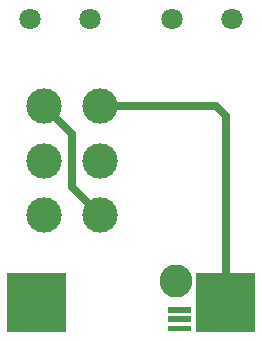
<source format=gtl>
G04 (created by PCBNEW (2013-07-07 BZR 4022)-stable) date 2015/08/15 16:03:12*
%MOIN*%
G04 Gerber Fmt 3.4, Leading zero omitted, Abs format*
%FSLAX34Y34*%
G01*
G70*
G90*
G04 APERTURE LIST*
%ADD10C,0.00590551*%
%ADD11C,0.11811*%
%ADD12C,0.110236*%
%ADD13C,0.0708661*%
%ADD14C,0.0275591*%
G04 APERTURE END LIST*
G54D10*
G54D11*
X117165Y-80551D03*
X117165Y-78740D03*
X117165Y-76929D03*
X119055Y-80551D03*
X119055Y-78740D03*
X119055Y-76929D03*
G54D10*
G36*
X122244Y-84448D02*
X122244Y-82480D01*
X124212Y-82480D01*
X124212Y-84448D01*
X122244Y-84448D01*
X122244Y-84448D01*
G37*
G36*
X115944Y-84448D02*
X115944Y-82480D01*
X117913Y-82480D01*
X117913Y-84448D01*
X115944Y-84448D01*
X115944Y-84448D01*
G37*
G54D12*
X121574Y-82755D03*
G54D10*
G36*
X121299Y-83799D02*
X121299Y-83602D01*
X122086Y-83602D01*
X122086Y-83799D01*
X121299Y-83799D01*
X121299Y-83799D01*
G37*
G36*
X121299Y-84429D02*
X121299Y-84232D01*
X122086Y-84232D01*
X122086Y-84429D01*
X121299Y-84429D01*
X121299Y-84429D01*
G37*
G36*
X121299Y-84114D02*
X121299Y-83917D01*
X122086Y-83917D01*
X122086Y-84114D01*
X121299Y-84114D01*
X121299Y-84114D01*
G37*
G54D13*
X118716Y-74015D03*
X116716Y-74015D03*
X123440Y-74015D03*
X121440Y-74015D03*
G54D14*
X117165Y-76929D02*
X117185Y-76929D01*
X118110Y-79606D02*
X119055Y-80551D01*
X118110Y-77854D02*
X118110Y-79606D01*
X117185Y-76929D02*
X118110Y-77854D01*
X123228Y-77263D02*
X123228Y-83464D01*
X122893Y-76929D02*
X123228Y-77263D01*
X119055Y-76929D02*
X122893Y-76929D01*
M02*

</source>
